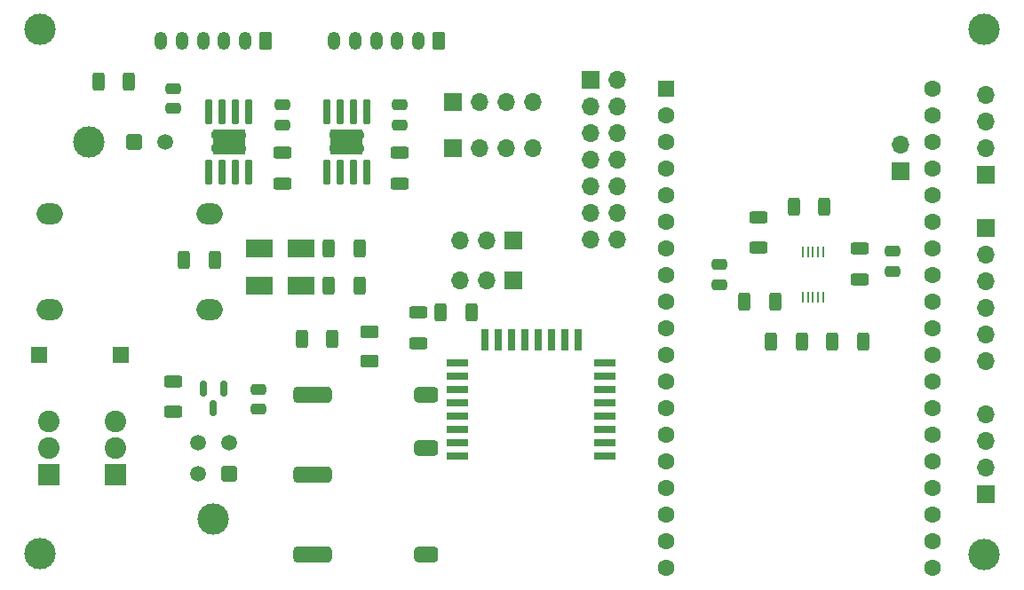
<source format=gbr>
%TF.GenerationSoftware,KiCad,Pcbnew,6.0.1-79c1e3a40b~116~ubuntu20.04.1*%
%TF.CreationDate,2022-01-24T14:31:55+01:00*%
%TF.ProjectId,pippino_board,70697070-696e-46f5-9f62-6f6172642e6b,rev?*%
%TF.SameCoordinates,Original*%
%TF.FileFunction,Soldermask,Top*%
%TF.FilePolarity,Negative*%
%FSLAX46Y46*%
G04 Gerber Fmt 4.6, Leading zero omitted, Abs format (unit mm)*
G04 Created by KiCad (PCBNEW 6.0.1-79c1e3a40b~116~ubuntu20.04.1) date 2022-01-24 14:31:55*
%MOMM*%
%LPD*%
G01*
G04 APERTURE LIST*
G04 Aperture macros list*
%AMRoundRect*
0 Rectangle with rounded corners*
0 $1 Rounding radius*
0 $2 $3 $4 $5 $6 $7 $8 $9 X,Y pos of 4 corners*
0 Add a 4 corners polygon primitive as box body*
4,1,4,$2,$3,$4,$5,$6,$7,$8,$9,$2,$3,0*
0 Add four circle primitives for the rounded corners*
1,1,$1+$1,$2,$3*
1,1,$1+$1,$4,$5*
1,1,$1+$1,$6,$7*
1,1,$1+$1,$8,$9*
0 Add four rect primitives between the rounded corners*
20,1,$1+$1,$2,$3,$4,$5,0*
20,1,$1+$1,$4,$5,$6,$7,0*
20,1,$1+$1,$6,$7,$8,$9,0*
20,1,$1+$1,$8,$9,$2,$3,0*%
G04 Aperture macros list end*
%ADD10R,1.700000X1.700000*%
%ADD11O,1.700000X1.700000*%
%ADD12RoundRect,0.250000X0.625000X-0.312500X0.625000X0.312500X-0.625000X0.312500X-0.625000X-0.312500X0*%
%ADD13RoundRect,0.250000X0.312500X0.625000X-0.312500X0.625000X-0.312500X-0.625000X0.312500X-0.625000X0*%
%ADD14R,2.055000X2.055000*%
%ADD15C,2.055000*%
%ADD16C,1.500000*%
%ADD17RoundRect,0.250001X0.499999X-0.499999X0.499999X0.499999X-0.499999X0.499999X-0.499999X-0.499999X0*%
%ADD18C,3.000000*%
%ADD19RoundRect,0.250000X-0.312500X-0.625000X0.312500X-0.625000X0.312500X0.625000X-0.312500X0.625000X0*%
%ADD20RoundRect,0.250001X0.499999X0.499999X-0.499999X0.499999X-0.499999X-0.499999X0.499999X-0.499999X0*%
%ADD21RoundRect,0.250000X0.475000X-0.250000X0.475000X0.250000X-0.475000X0.250000X-0.475000X-0.250000X0*%
%ADD22R,0.250000X1.100000*%
%ADD23RoundRect,0.250000X-0.625000X0.312500X-0.625000X-0.312500X0.625000X-0.312500X0.625000X0.312500X0*%
%ADD24RoundRect,0.250000X-0.475000X0.250000X-0.475000X-0.250000X0.475000X-0.250000X0.475000X0.250000X0*%
%ADD25O,2.500000X2.000000*%
%ADD26R,2.500000X1.800000*%
%ADD27RoundRect,0.250000X0.350000X0.625000X-0.350000X0.625000X-0.350000X-0.625000X0.350000X-0.625000X0*%
%ADD28O,1.200000X1.750000*%
%ADD29RoundRect,0.150000X-0.150000X0.587500X-0.150000X-0.587500X0.150000X-0.587500X0.150000X0.587500X0*%
%ADD30RoundRect,0.250000X-0.625000X0.375000X-0.625000X-0.375000X0.625000X-0.375000X0.625000X0.375000X0*%
%ADD31RoundRect,0.381000X-1.460500X-0.381000X1.460500X-0.381000X1.460500X0.381000X-1.460500X0.381000X0*%
%ADD32RoundRect,0.381000X-0.762000X-0.381000X0.762000X-0.381000X0.762000X0.381000X-0.762000X0.381000X0*%
%ADD33R,3.100000X2.400000*%
%ADD34RoundRect,0.070000X0.250000X-1.100000X0.250000X1.100000X-0.250000X1.100000X-0.250000X-1.100000X0*%
%ADD35C,0.770000*%
%ADD36R,1.500000X1.500000*%
%ADD37R,2.000000X0.700000*%
%ADD38R,0.700000X2.000000*%
%ADD39R,1.600000X1.600000*%
%ADD40C,1.600000*%
G04 APERTURE END LIST*
D10*
X242000000Y-48500000D03*
D11*
X242000000Y-45960000D03*
D12*
X238100000Y-58862500D03*
X238100000Y-55937500D03*
D13*
X234762500Y-51900000D03*
X231837500Y-51900000D03*
D14*
X167170000Y-77465000D03*
D15*
X167170000Y-74930000D03*
X167170000Y-72395000D03*
D12*
X183070000Y-49722500D03*
X183070000Y-46797500D03*
D16*
X171955000Y-45720000D03*
D17*
X168955000Y-45720000D03*
D18*
X164635000Y-45720000D03*
X250000000Y-85090000D03*
D19*
X227137500Y-60960000D03*
X230062500Y-60960000D03*
D13*
X190438500Y-59436000D03*
X187513500Y-59436000D03*
D18*
X176530000Y-81745000D03*
D20*
X178030000Y-77425000D03*
D16*
X175030000Y-77425000D03*
X178030000Y-74425000D03*
X175030000Y-74425000D03*
D10*
X250190000Y-48895000D03*
D11*
X250190000Y-46355000D03*
X250190000Y-43815000D03*
X250190000Y-41275000D03*
D21*
X180800000Y-71250000D03*
X180800000Y-69350000D03*
D22*
X232680000Y-60570000D03*
X233180000Y-60570000D03*
X233680000Y-60570000D03*
X234180000Y-60570000D03*
X234680000Y-60570000D03*
X234680000Y-56270000D03*
X234180000Y-56270000D03*
X233680000Y-56270000D03*
X233180000Y-56270000D03*
X232680000Y-56270000D03*
D10*
X199390000Y-46355000D03*
D11*
X201930000Y-46355000D03*
X204470000Y-46355000D03*
X207010000Y-46355000D03*
D10*
X212500000Y-39800000D03*
D11*
X215040000Y-39800000D03*
X212500000Y-42340000D03*
X215040000Y-42340000D03*
X212500000Y-44880000D03*
X215040000Y-44880000D03*
X212500000Y-47420000D03*
X215040000Y-47420000D03*
X212500000Y-49960000D03*
X215040000Y-49960000D03*
X212500000Y-52500000D03*
X215040000Y-52500000D03*
X212500000Y-55040000D03*
X215040000Y-55040000D03*
D23*
X228500000Y-52937500D03*
X228500000Y-55862500D03*
D24*
X183070000Y-42230000D03*
X183070000Y-44130000D03*
D19*
X198181500Y-61976000D03*
X201106500Y-61976000D03*
D10*
X199390000Y-41910000D03*
D11*
X201930000Y-41910000D03*
X204470000Y-41910000D03*
X207010000Y-41910000D03*
D13*
X238462500Y-64770000D03*
X235537500Y-64770000D03*
D18*
X160000000Y-35000000D03*
D25*
X160880000Y-52580000D03*
X160880000Y-61720000D03*
X176120000Y-52580000D03*
X176120000Y-61720000D03*
D26*
X180880000Y-55880000D03*
X184880000Y-55880000D03*
D13*
X176662500Y-57037500D03*
X173737500Y-57037500D03*
D23*
X172720000Y-68580000D03*
X172720000Y-71505000D03*
D19*
X165542500Y-40005000D03*
X168467500Y-40005000D03*
D26*
X180880000Y-59436000D03*
X184880000Y-59436000D03*
D21*
X241300000Y-58100000D03*
X241300000Y-56200000D03*
D13*
X232602500Y-64770000D03*
X229677500Y-64770000D03*
D12*
X194310000Y-49722500D03*
X194310000Y-46797500D03*
D18*
X160000000Y-85000000D03*
D10*
X250190000Y-79365000D03*
D11*
X250190000Y-76825000D03*
X250190000Y-74285000D03*
X250190000Y-71745000D03*
D27*
X198040000Y-36110000D03*
D28*
X196040000Y-36110000D03*
X194040000Y-36110000D03*
X192040000Y-36110000D03*
X190040000Y-36110000D03*
X188040000Y-36110000D03*
D27*
X181530000Y-36110000D03*
D28*
X179530000Y-36110000D03*
X177530000Y-36110000D03*
X175530000Y-36110000D03*
X173530000Y-36110000D03*
X171530000Y-36110000D03*
D29*
X175580000Y-69297500D03*
X177480000Y-69297500D03*
X176530000Y-71172500D03*
D12*
X196088000Y-64962500D03*
X196088000Y-62037500D03*
D30*
X191400000Y-63900000D03*
X191400000Y-66700000D03*
D10*
X205090000Y-58928000D03*
D11*
X202550000Y-58928000D03*
X200010000Y-58928000D03*
D31*
X185991500Y-69850000D03*
X185991500Y-77470000D03*
X185991500Y-85090000D03*
D32*
X196850000Y-85090000D03*
X196850000Y-74930000D03*
X196850000Y-69850000D03*
D14*
X160820000Y-77465000D03*
D15*
X160820000Y-74930000D03*
X160820000Y-72395000D03*
D24*
X194310000Y-42230000D03*
X194310000Y-44130000D03*
D33*
X189230000Y-45720000D03*
D34*
X187325000Y-48595000D03*
X188595000Y-48595000D03*
X189865000Y-48595000D03*
X191135000Y-48595000D03*
X191135000Y-42845000D03*
X189865000Y-42845000D03*
X188595000Y-42845000D03*
X187325000Y-42845000D03*
D35*
X190530000Y-45070000D03*
X187930000Y-46370000D03*
X189230000Y-46370000D03*
X187930000Y-45070000D03*
X190530000Y-46370000D03*
X189230000Y-45070000D03*
D36*
X167730000Y-66040000D03*
X159930000Y-66040000D03*
D37*
X213850000Y-75750000D03*
X213850000Y-74480000D03*
X213850000Y-73210000D03*
X213850000Y-71940000D03*
X213850000Y-70670000D03*
X213850000Y-69400000D03*
X213850000Y-68130000D03*
X213850000Y-66860000D03*
D38*
X211260000Y-64600000D03*
X209990000Y-64600000D03*
X208720000Y-64600000D03*
X207450000Y-64600000D03*
X206180000Y-64600000D03*
X204910000Y-64600000D03*
X203640000Y-64600000D03*
X202370000Y-64600000D03*
D37*
X199750000Y-66860000D03*
X199750000Y-68130000D03*
X199750000Y-69400000D03*
X199750000Y-70670000D03*
X199750000Y-71940000D03*
X199750000Y-73210000D03*
X199750000Y-74480000D03*
X199750000Y-75750000D03*
D18*
X250000000Y-35000000D03*
D39*
X219710000Y-40640000D03*
D40*
X219710000Y-43180000D03*
X219710000Y-45720000D03*
X219710000Y-48260000D03*
X219710000Y-50800000D03*
X219710000Y-53340000D03*
X219710000Y-55880000D03*
X219710000Y-58420000D03*
X219710000Y-60960000D03*
X219710000Y-63500000D03*
X219710000Y-66040000D03*
X219710000Y-68580000D03*
X219710000Y-71120000D03*
X219710000Y-73660000D03*
X219710000Y-76200000D03*
X219710000Y-78740000D03*
X219710000Y-81280000D03*
X219710000Y-83820000D03*
X219710000Y-86360000D03*
X245110000Y-86360000D03*
X245110000Y-83820000D03*
X245110000Y-81280000D03*
X245110000Y-78740000D03*
X245110000Y-76200000D03*
X245110000Y-73660000D03*
X245110000Y-71120000D03*
X245110000Y-68580000D03*
X245110000Y-66040000D03*
X245110000Y-63500000D03*
X245110000Y-60960000D03*
X245110000Y-58420000D03*
X245110000Y-55880000D03*
X245110000Y-53340000D03*
X245110000Y-50800000D03*
X245110000Y-48260000D03*
X245110000Y-45720000D03*
X245110000Y-43180000D03*
X245110000Y-40640000D03*
D19*
X187513500Y-55880000D03*
X190438500Y-55880000D03*
D24*
X224790000Y-57470000D03*
X224790000Y-59370000D03*
X172720000Y-40640000D03*
X172720000Y-42540000D03*
D13*
X187862500Y-64500000D03*
X184937500Y-64500000D03*
D33*
X177990000Y-45720000D03*
D34*
X176085000Y-48595000D03*
X177355000Y-48595000D03*
X178625000Y-48595000D03*
X179895000Y-48595000D03*
X179895000Y-42845000D03*
X178625000Y-42845000D03*
X177355000Y-42845000D03*
X176085000Y-42845000D03*
D35*
X179290000Y-46370000D03*
X176690000Y-45070000D03*
X177990000Y-46370000D03*
X179290000Y-45070000D03*
X177990000Y-45070000D03*
X176690000Y-46370000D03*
D11*
X200025000Y-55118000D03*
X202565000Y-55118000D03*
D10*
X205105000Y-55118000D03*
X250190000Y-53975000D03*
D11*
X250190000Y-56515000D03*
X250190000Y-59055000D03*
X250190000Y-61595000D03*
X250190000Y-64135000D03*
X250190000Y-66675000D03*
M02*

</source>
